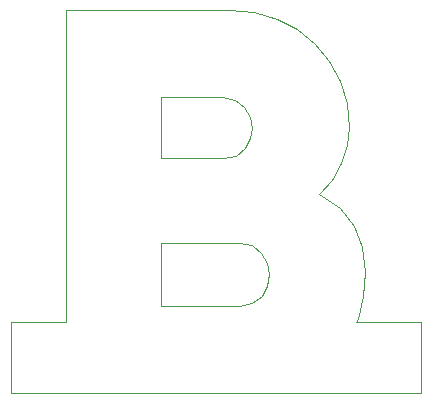
<source format=gm1>
G04 #@! TF.FileFunction,Profile,NP*
%FSLAX46Y46*%
G04 Gerber Fmt 4.6, Leading zero omitted, Abs format (unit mm)*
G04 Created by KiCad (PCBNEW 4.0.0-rc2-stable) date 3/3/2016 3:42:14 PM*
%MOMM*%
G01*
G04 APERTURE LIST*
%ADD10C,0.150000*%
%ADD11C,0.100000*%
G04 APERTURE END LIST*
D10*
D11*
X66530000Y-51160000D02*
X51330000Y-51160000D01*
X51330000Y-51160000D02*
X51330000Y-51150000D01*
X51330000Y-51150000D02*
X46630000Y-51150000D01*
X46630000Y-51150000D02*
X46630000Y-45150000D01*
X46630000Y-45150000D02*
X51330000Y-45150000D01*
X51330000Y-45150000D02*
X51330000Y-18720000D01*
X51330000Y-18720000D02*
X51330000Y-18720000D01*
X51330000Y-18720000D02*
X65180000Y-18720000D01*
X65180000Y-18720000D02*
X67210000Y-18910000D01*
X67210000Y-18910000D02*
X69120000Y-19490000D01*
X69120000Y-19490000D02*
X70860000Y-20400000D01*
X70860000Y-20400000D02*
X72340000Y-21600000D01*
X72340000Y-21600000D02*
X73570000Y-23060000D01*
X73570000Y-23060000D02*
X74500000Y-24770000D01*
X74500000Y-24770000D02*
X75090000Y-26660000D01*
X75090000Y-26660000D02*
X75290000Y-28690000D01*
X75290000Y-28690000D02*
X75120000Y-30190000D01*
X75120000Y-30190000D02*
X74610000Y-31740000D01*
X74610000Y-31740000D02*
X73810000Y-33170000D01*
X73810000Y-33170000D02*
X72740000Y-34290000D01*
X72740000Y-34290000D02*
X74470000Y-35480000D01*
X74470000Y-35480000D02*
X75680000Y-37000000D01*
X75680000Y-37000000D02*
X76390000Y-38820000D01*
X76390000Y-38820000D02*
X76630000Y-40920000D01*
X76630000Y-40920000D02*
X76470000Y-42980000D01*
X76470000Y-42980000D02*
X75980000Y-44900000D01*
X75980000Y-44900000D02*
X75860000Y-45150000D01*
X75860000Y-45150000D02*
X81330000Y-45150000D01*
X81330000Y-45150000D02*
X81330000Y-51150000D01*
X81330000Y-51150000D02*
X66540000Y-51150000D01*
X66540000Y-51150000D02*
X66530000Y-51160000D01*
X66530000Y-51160000D02*
X66530000Y-51160000D01*
X66530000Y-51160000D02*
X66530000Y-51160000D01*
X67070000Y-43580000D02*
X67850000Y-42960000D01*
X67850000Y-42960000D02*
X68310000Y-42080000D01*
X68310000Y-42080000D02*
X68450000Y-41120000D01*
X68450000Y-41120000D02*
X68280000Y-40170000D01*
X68280000Y-40170000D02*
X67800000Y-39290000D01*
X67800000Y-39290000D02*
X67020000Y-38670000D01*
X67020000Y-38670000D02*
X65930000Y-38460000D01*
X65930000Y-38460000D02*
X59350000Y-38460000D01*
X59350000Y-38460000D02*
X59350000Y-38460000D01*
X59350000Y-38460000D02*
X59350000Y-43790000D01*
X59350000Y-43790000D02*
X59350000Y-43790000D01*
X59350000Y-43790000D02*
X65970000Y-43790000D01*
X65970000Y-43790000D02*
X67070000Y-43580000D01*
X67070000Y-43580000D02*
X67070000Y-43580000D01*
X67070000Y-43580000D02*
X67070000Y-43580000D01*
X65670000Y-31080000D02*
X66440000Y-30470000D01*
X66440000Y-30470000D02*
X66890000Y-29620000D01*
X66890000Y-29620000D02*
X67040000Y-28710000D01*
X67040000Y-28710000D02*
X66880000Y-27790000D01*
X66880000Y-27790000D02*
X66410000Y-26950000D01*
X66410000Y-26950000D02*
X65630000Y-26340000D01*
X65630000Y-26340000D02*
X64540000Y-26130000D01*
X64540000Y-26130000D02*
X59350000Y-26130000D01*
X59350000Y-26130000D02*
X59350000Y-26140000D01*
X59350000Y-26140000D02*
X59350000Y-31280000D01*
X59350000Y-31280000D02*
X59350000Y-31280000D01*
X59350000Y-31280000D02*
X64580000Y-31280000D01*
X64580000Y-31280000D02*
X65670000Y-31080000D01*
X65670000Y-31080000D02*
X65670000Y-31080000D01*
X65670000Y-31080000D02*
X65670000Y-31080000D01*
M02*

</source>
